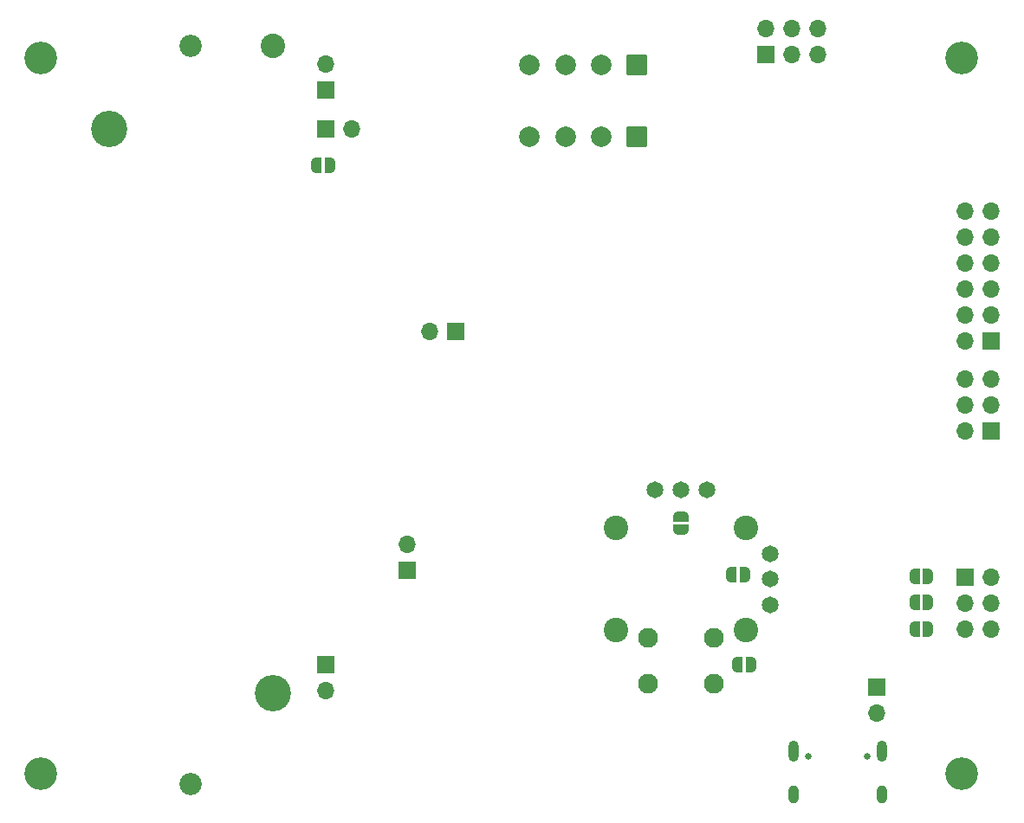
<source format=gbs>
%TF.GenerationSoftware,KiCad,Pcbnew,8.0.2*%
%TF.CreationDate,2024-05-27T22:11:15+01:00*%
%TF.ProjectId,StepUp,53746570-5570-42e6-9b69-6361645f7063,v1.0*%
%TF.SameCoordinates,Original*%
%TF.FileFunction,Soldermask,Bot*%
%TF.FilePolarity,Negative*%
%FSLAX46Y46*%
G04 Gerber Fmt 4.6, Leading zero omitted, Abs format (unit mm)*
G04 Created by KiCad (PCBNEW 8.0.2) date 2024-05-27 22:11:15*
%MOMM*%
%LPD*%
G01*
G04 APERTURE LIST*
G04 Aperture macros list*
%AMRoundRect*
0 Rectangle with rounded corners*
0 $1 Rounding radius*
0 $2 $3 $4 $5 $6 $7 $8 $9 X,Y pos of 4 corners*
0 Add a 4 corners polygon primitive as box body*
4,1,4,$2,$3,$4,$5,$6,$7,$8,$9,$2,$3,0*
0 Add four circle primitives for the rounded corners*
1,1,$1+$1,$2,$3*
1,1,$1+$1,$4,$5*
1,1,$1+$1,$6,$7*
1,1,$1+$1,$8,$9*
0 Add four rect primitives between the rounded corners*
20,1,$1+$1,$2,$3,$4,$5,0*
20,1,$1+$1,$4,$5,$6,$7,0*
20,1,$1+$1,$6,$7,$8,$9,0*
20,1,$1+$1,$8,$9,$2,$3,0*%
%AMFreePoly0*
4,1,19,0.500000,-0.750000,0.000000,-0.750000,0.000000,-0.744911,-0.071157,-0.744911,-0.207708,-0.704816,-0.327430,-0.627875,-0.420627,-0.520320,-0.479746,-0.390866,-0.500000,-0.250000,-0.500000,0.250000,-0.479746,0.390866,-0.420627,0.520320,-0.327430,0.627875,-0.207708,0.704816,-0.071157,0.744911,0.000000,0.744911,0.000000,0.750000,0.500000,0.750000,0.500000,-0.750000,0.500000,-0.750000,
$1*%
%AMFreePoly1*
4,1,19,0.000000,0.744911,0.071157,0.744911,0.207708,0.704816,0.327430,0.627875,0.420627,0.520320,0.479746,0.390866,0.500000,0.250000,0.500000,-0.250000,0.479746,-0.390866,0.420627,-0.520320,0.327430,-0.627875,0.207708,-0.704816,0.071157,-0.744911,0.000000,-0.744911,0.000000,-0.750000,-0.500000,-0.750000,-0.500000,0.750000,0.000000,0.750000,0.000000,0.744911,0.000000,0.744911,
$1*%
G04 Aperture macros list end*
%ADD10C,1.650000*%
%ADD11C,1.950000*%
%ADD12C,2.400000*%
%ADD13FreePoly0,180.000000*%
%ADD14FreePoly1,180.000000*%
%ADD15FreePoly0,270.000000*%
%ADD16FreePoly1,270.000000*%
%ADD17C,3.550000*%
%ADD18C,2.390000*%
%ADD19C,2.184000*%
%ADD20O,1.000000X1.800000*%
%ADD21O,1.000000X2.100000*%
%ADD22C,0.650000*%
%ADD23C,3.200000*%
%ADD24R,1.700000X1.700000*%
%ADD25O,1.700000X1.700000*%
%ADD26RoundRect,0.102000X0.900000X0.900000X-0.900000X0.900000X-0.900000X-0.900000X0.900000X-0.900000X0*%
%ADD27C,2.004000*%
%ADD28FreePoly0,0.000000*%
%ADD29FreePoly1,0.000000*%
G04 APERTURE END LIST*
D10*
%TO.C,JOY1*%
X155062500Y-112275000D03*
X152562500Y-112275000D03*
X150062500Y-112275000D03*
X161292500Y-123505000D03*
X161292500Y-121005000D03*
X161292500Y-118505000D03*
D11*
X149312500Y-126755000D03*
X155812500Y-126755000D03*
X149312500Y-131255000D03*
X155812500Y-131255000D03*
D12*
X158887500Y-116005000D03*
X146237500Y-116005000D03*
X146237500Y-126005000D03*
X158887500Y-126005000D03*
%TD*%
D13*
%TO.C,JP13*%
X159400000Y-129400000D03*
D14*
X158100000Y-129400000D03*
%TD*%
%TO.C,JP9*%
X157500000Y-120600000D03*
D13*
X158800000Y-120600000D03*
%TD*%
D15*
%TO.C,JP8*%
X152550000Y-114850000D03*
D16*
X152550000Y-116150000D03*
%TD*%
D17*
%TO.C,BT1*%
X112648000Y-132192000D03*
X96648000Y-76992000D03*
D18*
X112648000Y-68792000D03*
D19*
X104648000Y-141012000D03*
X104648000Y-68792000D03*
%TD*%
D20*
%TO.C,J1*%
X172214000Y-142045000D03*
D21*
X172214000Y-137865000D03*
D20*
X163574000Y-142045000D03*
D21*
X163574000Y-137865000D03*
D22*
X170784000Y-138365000D03*
X165004000Y-138365000D03*
%TD*%
D23*
%TO.C,H1*%
X90000000Y-70000000D03*
%TD*%
D24*
%TO.C,J4*%
X182880000Y-97706000D03*
D25*
X180340000Y-97706000D03*
X182880000Y-95166000D03*
X180340000Y-95166000D03*
X182880000Y-92626000D03*
X180340000Y-92626000D03*
X182880000Y-90086000D03*
X180340000Y-90086000D03*
X182880000Y-87546000D03*
X180340000Y-87546000D03*
X182880000Y-85006000D03*
X180340000Y-85006000D03*
%TD*%
D23*
%TO.C,H2*%
X90000000Y-140000000D03*
%TD*%
D26*
%TO.C,J5*%
X148277400Y-77689501D03*
X148277400Y-70689501D03*
D27*
X144777400Y-77689501D03*
X144777400Y-70689501D03*
X141277400Y-77689501D03*
X141277400Y-70689501D03*
X137777400Y-77689501D03*
X137777400Y-70689501D03*
%TD*%
D24*
%TO.C,J8*%
X117852000Y-129337000D03*
D25*
X117852000Y-131877000D03*
%TD*%
D24*
%TO.C,J9*%
X130561000Y-96774000D03*
D25*
X128021000Y-96774000D03*
%TD*%
D23*
%TO.C,H4*%
X180000000Y-140000000D03*
%TD*%
D24*
%TO.C,J6*%
X125800000Y-120175000D03*
D25*
X125800000Y-117635000D03*
%TD*%
D24*
%TO.C,J10*%
X160875000Y-69675000D03*
D25*
X160875000Y-67135000D03*
X163415000Y-69675000D03*
X163415000Y-67135000D03*
X165955000Y-69675000D03*
X165955000Y-67135000D03*
%TD*%
D24*
%TO.C,J2*%
X171704000Y-131567000D03*
D25*
X171704000Y-134107000D03*
%TD*%
D24*
%TO.C,J11*%
X117856000Y-73157000D03*
D25*
X117856000Y-70617000D03*
%TD*%
D23*
%TO.C,H3*%
X180000000Y-70000000D03*
%TD*%
D24*
%TO.C,J12*%
X180330000Y-120800000D03*
D25*
X182870000Y-120800000D03*
X180330000Y-123340000D03*
X182870000Y-123340000D03*
X180330000Y-125880000D03*
X182870000Y-125880000D03*
%TD*%
D24*
%TO.C,J7*%
X117851000Y-76962000D03*
D25*
X120391000Y-76962000D03*
%TD*%
D13*
%TO.C,JP3*%
X118252000Y-80518000D03*
D14*
X116952000Y-80518000D03*
%TD*%
D28*
%TO.C,JP12*%
X175400000Y-125900000D03*
D29*
X176700000Y-125900000D03*
%TD*%
D28*
%TO.C,JP11*%
X175400000Y-123300000D03*
D29*
X176700000Y-123300000D03*
%TD*%
D28*
%TO.C,JP10*%
X175400000Y-120700000D03*
D29*
X176700000Y-120700000D03*
%TD*%
D24*
%TO.C,J3*%
X182875000Y-106525000D03*
D25*
X180335000Y-106525000D03*
X182875000Y-103985000D03*
X180335000Y-103985000D03*
X182875000Y-101445000D03*
X180335000Y-101445000D03*
%TD*%
M02*

</source>
